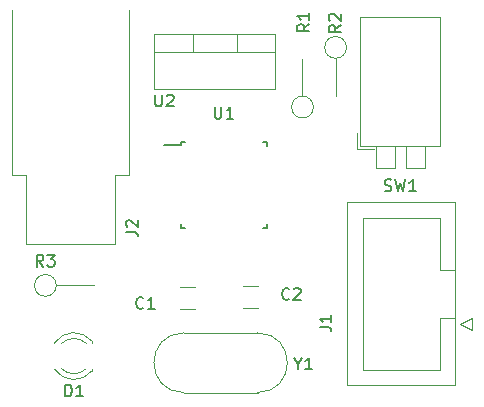
<source format=gbr>
%TF.GenerationSoftware,KiCad,Pcbnew,7.0.7*%
%TF.CreationDate,2023-09-16T19:14:59-07:00*%
%TF.ProjectId,IntroProjectFall2023,496e7472-6f50-4726-9f6a-65637446616c,rev?*%
%TF.SameCoordinates,Original*%
%TF.FileFunction,Legend,Top*%
%TF.FilePolarity,Positive*%
%FSLAX46Y46*%
G04 Gerber Fmt 4.6, Leading zero omitted, Abs format (unit mm)*
G04 Created by KiCad (PCBNEW 7.0.7) date 2023-09-16 19:14:59*
%MOMM*%
%LPD*%
G01*
G04 APERTURE LIST*
%ADD10C,0.150000*%
%ADD11C,0.120000*%
G04 APERTURE END LIST*
D10*
X147928095Y-83704819D02*
X147928095Y-84514342D01*
X147928095Y-84514342D02*
X147975714Y-84609580D01*
X147975714Y-84609580D02*
X148023333Y-84657200D01*
X148023333Y-84657200D02*
X148118571Y-84704819D01*
X148118571Y-84704819D02*
X148309047Y-84704819D01*
X148309047Y-84704819D02*
X148404285Y-84657200D01*
X148404285Y-84657200D02*
X148451904Y-84609580D01*
X148451904Y-84609580D02*
X148499523Y-84514342D01*
X148499523Y-84514342D02*
X148499523Y-83704819D01*
X148928095Y-83800057D02*
X148975714Y-83752438D01*
X148975714Y-83752438D02*
X149070952Y-83704819D01*
X149070952Y-83704819D02*
X149309047Y-83704819D01*
X149309047Y-83704819D02*
X149404285Y-83752438D01*
X149404285Y-83752438D02*
X149451904Y-83800057D01*
X149451904Y-83800057D02*
X149499523Y-83895295D01*
X149499523Y-83895295D02*
X149499523Y-83990533D01*
X149499523Y-83990533D02*
X149451904Y-84133390D01*
X149451904Y-84133390D02*
X148880476Y-84704819D01*
X148880476Y-84704819D02*
X149499523Y-84704819D01*
X161874819Y-103373333D02*
X162589104Y-103373333D01*
X162589104Y-103373333D02*
X162731961Y-103420952D01*
X162731961Y-103420952D02*
X162827200Y-103516190D01*
X162827200Y-103516190D02*
X162874819Y-103659047D01*
X162874819Y-103659047D02*
X162874819Y-103754285D01*
X162874819Y-102373333D02*
X162874819Y-102944761D01*
X162874819Y-102659047D02*
X161874819Y-102659047D01*
X161874819Y-102659047D02*
X162017676Y-102754285D01*
X162017676Y-102754285D02*
X162112914Y-102849523D01*
X162112914Y-102849523D02*
X162160533Y-102944761D01*
X160053809Y-106498628D02*
X160053809Y-106974819D01*
X159720476Y-105974819D02*
X160053809Y-106498628D01*
X160053809Y-106498628D02*
X160387142Y-105974819D01*
X161244285Y-106974819D02*
X160672857Y-106974819D01*
X160958571Y-106974819D02*
X160958571Y-105974819D01*
X160958571Y-105974819D02*
X160863333Y-106117676D01*
X160863333Y-106117676D02*
X160768095Y-106212914D01*
X160768095Y-106212914D02*
X160672857Y-106260533D01*
X167366667Y-91837200D02*
X167509524Y-91884819D01*
X167509524Y-91884819D02*
X167747619Y-91884819D01*
X167747619Y-91884819D02*
X167842857Y-91837200D01*
X167842857Y-91837200D02*
X167890476Y-91789580D01*
X167890476Y-91789580D02*
X167938095Y-91694342D01*
X167938095Y-91694342D02*
X167938095Y-91599104D01*
X167938095Y-91599104D02*
X167890476Y-91503866D01*
X167890476Y-91503866D02*
X167842857Y-91456247D01*
X167842857Y-91456247D02*
X167747619Y-91408628D01*
X167747619Y-91408628D02*
X167557143Y-91361009D01*
X167557143Y-91361009D02*
X167461905Y-91313390D01*
X167461905Y-91313390D02*
X167414286Y-91265771D01*
X167414286Y-91265771D02*
X167366667Y-91170533D01*
X167366667Y-91170533D02*
X167366667Y-91075295D01*
X167366667Y-91075295D02*
X167414286Y-90980057D01*
X167414286Y-90980057D02*
X167461905Y-90932438D01*
X167461905Y-90932438D02*
X167557143Y-90884819D01*
X167557143Y-90884819D02*
X167795238Y-90884819D01*
X167795238Y-90884819D02*
X167938095Y-90932438D01*
X168271429Y-90884819D02*
X168509524Y-91884819D01*
X168509524Y-91884819D02*
X168700000Y-91170533D01*
X168700000Y-91170533D02*
X168890476Y-91884819D01*
X168890476Y-91884819D02*
X169128572Y-90884819D01*
X170033333Y-91884819D02*
X169461905Y-91884819D01*
X169747619Y-91884819D02*
X169747619Y-90884819D01*
X169747619Y-90884819D02*
X169652381Y-91027676D01*
X169652381Y-91027676D02*
X169557143Y-91122914D01*
X169557143Y-91122914D02*
X169461905Y-91170533D01*
X152988095Y-84734819D02*
X152988095Y-85544342D01*
X152988095Y-85544342D02*
X153035714Y-85639580D01*
X153035714Y-85639580D02*
X153083333Y-85687200D01*
X153083333Y-85687200D02*
X153178571Y-85734819D01*
X153178571Y-85734819D02*
X153369047Y-85734819D01*
X153369047Y-85734819D02*
X153464285Y-85687200D01*
X153464285Y-85687200D02*
X153511904Y-85639580D01*
X153511904Y-85639580D02*
X153559523Y-85544342D01*
X153559523Y-85544342D02*
X153559523Y-84734819D01*
X154559523Y-85734819D02*
X153988095Y-85734819D01*
X154273809Y-85734819D02*
X154273809Y-84734819D01*
X154273809Y-84734819D02*
X154178571Y-84877676D01*
X154178571Y-84877676D02*
X154083333Y-84972914D01*
X154083333Y-84972914D02*
X153988095Y-85020533D01*
X138483333Y-98264819D02*
X138150000Y-97788628D01*
X137911905Y-98264819D02*
X137911905Y-97264819D01*
X137911905Y-97264819D02*
X138292857Y-97264819D01*
X138292857Y-97264819D02*
X138388095Y-97312438D01*
X138388095Y-97312438D02*
X138435714Y-97360057D01*
X138435714Y-97360057D02*
X138483333Y-97455295D01*
X138483333Y-97455295D02*
X138483333Y-97598152D01*
X138483333Y-97598152D02*
X138435714Y-97693390D01*
X138435714Y-97693390D02*
X138388095Y-97741009D01*
X138388095Y-97741009D02*
X138292857Y-97788628D01*
X138292857Y-97788628D02*
X137911905Y-97788628D01*
X138816667Y-97264819D02*
X139435714Y-97264819D01*
X139435714Y-97264819D02*
X139102381Y-97645771D01*
X139102381Y-97645771D02*
X139245238Y-97645771D01*
X139245238Y-97645771D02*
X139340476Y-97693390D01*
X139340476Y-97693390D02*
X139388095Y-97741009D01*
X139388095Y-97741009D02*
X139435714Y-97836247D01*
X139435714Y-97836247D02*
X139435714Y-98074342D01*
X139435714Y-98074342D02*
X139388095Y-98169580D01*
X139388095Y-98169580D02*
X139340476Y-98217200D01*
X139340476Y-98217200D02*
X139245238Y-98264819D01*
X139245238Y-98264819D02*
X138959524Y-98264819D01*
X138959524Y-98264819D02*
X138864286Y-98217200D01*
X138864286Y-98217200D02*
X138816667Y-98169580D01*
X159303333Y-100999580D02*
X159255714Y-101047200D01*
X159255714Y-101047200D02*
X159112857Y-101094819D01*
X159112857Y-101094819D02*
X159017619Y-101094819D01*
X159017619Y-101094819D02*
X158874762Y-101047200D01*
X158874762Y-101047200D02*
X158779524Y-100951961D01*
X158779524Y-100951961D02*
X158731905Y-100856723D01*
X158731905Y-100856723D02*
X158684286Y-100666247D01*
X158684286Y-100666247D02*
X158684286Y-100523390D01*
X158684286Y-100523390D02*
X158731905Y-100332914D01*
X158731905Y-100332914D02*
X158779524Y-100237676D01*
X158779524Y-100237676D02*
X158874762Y-100142438D01*
X158874762Y-100142438D02*
X159017619Y-100094819D01*
X159017619Y-100094819D02*
X159112857Y-100094819D01*
X159112857Y-100094819D02*
X159255714Y-100142438D01*
X159255714Y-100142438D02*
X159303333Y-100190057D01*
X159684286Y-100190057D02*
X159731905Y-100142438D01*
X159731905Y-100142438D02*
X159827143Y-100094819D01*
X159827143Y-100094819D02*
X160065238Y-100094819D01*
X160065238Y-100094819D02*
X160160476Y-100142438D01*
X160160476Y-100142438D02*
X160208095Y-100190057D01*
X160208095Y-100190057D02*
X160255714Y-100285295D01*
X160255714Y-100285295D02*
X160255714Y-100380533D01*
X160255714Y-100380533D02*
X160208095Y-100523390D01*
X160208095Y-100523390D02*
X159636667Y-101094819D01*
X159636667Y-101094819D02*
X160255714Y-101094819D01*
X145484819Y-95333333D02*
X146199104Y-95333333D01*
X146199104Y-95333333D02*
X146341961Y-95380952D01*
X146341961Y-95380952D02*
X146437200Y-95476190D01*
X146437200Y-95476190D02*
X146484819Y-95619047D01*
X146484819Y-95619047D02*
X146484819Y-95714285D01*
X145580057Y-94904761D02*
X145532438Y-94857142D01*
X145532438Y-94857142D02*
X145484819Y-94761904D01*
X145484819Y-94761904D02*
X145484819Y-94523809D01*
X145484819Y-94523809D02*
X145532438Y-94428571D01*
X145532438Y-94428571D02*
X145580057Y-94380952D01*
X145580057Y-94380952D02*
X145675295Y-94333333D01*
X145675295Y-94333333D02*
X145770533Y-94333333D01*
X145770533Y-94333333D02*
X145913390Y-94380952D01*
X145913390Y-94380952D02*
X146484819Y-94952380D01*
X146484819Y-94952380D02*
X146484819Y-94333333D01*
X146943333Y-101739580D02*
X146895714Y-101787200D01*
X146895714Y-101787200D02*
X146752857Y-101834819D01*
X146752857Y-101834819D02*
X146657619Y-101834819D01*
X146657619Y-101834819D02*
X146514762Y-101787200D01*
X146514762Y-101787200D02*
X146419524Y-101691961D01*
X146419524Y-101691961D02*
X146371905Y-101596723D01*
X146371905Y-101596723D02*
X146324286Y-101406247D01*
X146324286Y-101406247D02*
X146324286Y-101263390D01*
X146324286Y-101263390D02*
X146371905Y-101072914D01*
X146371905Y-101072914D02*
X146419524Y-100977676D01*
X146419524Y-100977676D02*
X146514762Y-100882438D01*
X146514762Y-100882438D02*
X146657619Y-100834819D01*
X146657619Y-100834819D02*
X146752857Y-100834819D01*
X146752857Y-100834819D02*
X146895714Y-100882438D01*
X146895714Y-100882438D02*
X146943333Y-100930057D01*
X147895714Y-101834819D02*
X147324286Y-101834819D01*
X147610000Y-101834819D02*
X147610000Y-100834819D01*
X147610000Y-100834819D02*
X147514762Y-100977676D01*
X147514762Y-100977676D02*
X147419524Y-101072914D01*
X147419524Y-101072914D02*
X147324286Y-101120533D01*
X140326905Y-109254819D02*
X140326905Y-108254819D01*
X140326905Y-108254819D02*
X140565000Y-108254819D01*
X140565000Y-108254819D02*
X140707857Y-108302438D01*
X140707857Y-108302438D02*
X140803095Y-108397676D01*
X140803095Y-108397676D02*
X140850714Y-108492914D01*
X140850714Y-108492914D02*
X140898333Y-108683390D01*
X140898333Y-108683390D02*
X140898333Y-108826247D01*
X140898333Y-108826247D02*
X140850714Y-109016723D01*
X140850714Y-109016723D02*
X140803095Y-109111961D01*
X140803095Y-109111961D02*
X140707857Y-109207200D01*
X140707857Y-109207200D02*
X140565000Y-109254819D01*
X140565000Y-109254819D02*
X140326905Y-109254819D01*
X141850714Y-109254819D02*
X141279286Y-109254819D01*
X141565000Y-109254819D02*
X141565000Y-108254819D01*
X141565000Y-108254819D02*
X141469762Y-108397676D01*
X141469762Y-108397676D02*
X141374524Y-108492914D01*
X141374524Y-108492914D02*
X141279286Y-108540533D01*
X163644819Y-77816666D02*
X163168628Y-78149999D01*
X163644819Y-78388094D02*
X162644819Y-78388094D01*
X162644819Y-78388094D02*
X162644819Y-78007142D01*
X162644819Y-78007142D02*
X162692438Y-77911904D01*
X162692438Y-77911904D02*
X162740057Y-77864285D01*
X162740057Y-77864285D02*
X162835295Y-77816666D01*
X162835295Y-77816666D02*
X162978152Y-77816666D01*
X162978152Y-77816666D02*
X163073390Y-77864285D01*
X163073390Y-77864285D02*
X163121009Y-77911904D01*
X163121009Y-77911904D02*
X163168628Y-78007142D01*
X163168628Y-78007142D02*
X163168628Y-78388094D01*
X162740057Y-77435713D02*
X162692438Y-77388094D01*
X162692438Y-77388094D02*
X162644819Y-77292856D01*
X162644819Y-77292856D02*
X162644819Y-77054761D01*
X162644819Y-77054761D02*
X162692438Y-76959523D01*
X162692438Y-76959523D02*
X162740057Y-76911904D01*
X162740057Y-76911904D02*
X162835295Y-76864285D01*
X162835295Y-76864285D02*
X162930533Y-76864285D01*
X162930533Y-76864285D02*
X163073390Y-76911904D01*
X163073390Y-76911904D02*
X163644819Y-77483332D01*
X163644819Y-77483332D02*
X163644819Y-76864285D01*
X160994819Y-77736666D02*
X160518628Y-78069999D01*
X160994819Y-78308094D02*
X159994819Y-78308094D01*
X159994819Y-78308094D02*
X159994819Y-77927142D01*
X159994819Y-77927142D02*
X160042438Y-77831904D01*
X160042438Y-77831904D02*
X160090057Y-77784285D01*
X160090057Y-77784285D02*
X160185295Y-77736666D01*
X160185295Y-77736666D02*
X160328152Y-77736666D01*
X160328152Y-77736666D02*
X160423390Y-77784285D01*
X160423390Y-77784285D02*
X160471009Y-77831904D01*
X160471009Y-77831904D02*
X160518628Y-77927142D01*
X160518628Y-77927142D02*
X160518628Y-78308094D01*
X160994819Y-76784285D02*
X160994819Y-77355713D01*
X160994819Y-77069999D02*
X159994819Y-77069999D01*
X159994819Y-77069999D02*
X160137676Y-77165237D01*
X160137676Y-77165237D02*
X160232914Y-77260475D01*
X160232914Y-77260475D02*
X160280533Y-77355713D01*
D11*
%TO.C,U2*%
X147880000Y-78560000D02*
X147880000Y-83201000D01*
X147880000Y-78560000D02*
X158120000Y-78560000D01*
X147880000Y-80070000D02*
X158120000Y-80070000D01*
X147880000Y-83201000D02*
X158120000Y-83201000D01*
X151150000Y-78560000D02*
X151150000Y-80070000D01*
X154851000Y-78560000D02*
X154851000Y-80070000D01*
X158120000Y-78560000D02*
X158120000Y-83201000D01*
%TO.C,J1*%
X174732500Y-103605000D02*
X174732500Y-102605000D01*
X174732500Y-102605000D02*
X173732500Y-103105000D01*
X173732500Y-103105000D02*
X174732500Y-103605000D01*
X173342500Y-108315000D02*
X164222500Y-108315000D01*
X173342500Y-102615000D02*
X172032500Y-102615000D01*
X173342500Y-92815000D02*
X173342500Y-108315000D01*
X172032500Y-107015000D02*
X165532500Y-107015000D01*
X172032500Y-102615000D02*
X172032500Y-107015000D01*
X172032500Y-98515000D02*
X173342500Y-98515000D01*
X172032500Y-98515000D02*
X172032500Y-98515000D01*
X172032500Y-94115000D02*
X172032500Y-98515000D01*
X165532500Y-107015000D02*
X165532500Y-94115000D01*
X165532500Y-94115000D02*
X172032500Y-94115000D01*
X164222500Y-108315000D02*
X164222500Y-92815000D01*
X164222500Y-92815000D02*
X173342500Y-92815000D01*
%TO.C,Y1*%
X156615000Y-108925000D02*
X150365000Y-108925000D01*
X156615000Y-103875000D02*
X150365000Y-103875000D01*
X156615000Y-108925000D02*
G75*
G03*
X156615000Y-103875000I0J2525000D01*
G01*
X150365000Y-103875000D02*
G75*
G03*
X150365000Y-108925000I0J-2525000D01*
G01*
%TO.C,SW1*%
X166610000Y-89950000D02*
X168230000Y-89950000D01*
X166610000Y-89950000D02*
X166610000Y-88090000D01*
X168230000Y-89950000D02*
X168230000Y-88090000D01*
X169150000Y-89950000D02*
X170770000Y-89950000D01*
X169150000Y-89950000D02*
X169150000Y-88090000D01*
X170770000Y-89950000D02*
X170770000Y-88090000D01*
X165070000Y-88330000D02*
X166453000Y-88330000D01*
X165070000Y-88330000D02*
X165070000Y-86947000D01*
X165310000Y-88090000D02*
X172070000Y-88090000D01*
X165310000Y-88090000D02*
X165310000Y-77170000D01*
X166610000Y-88090000D02*
X168230000Y-88090000D01*
X169150000Y-88090000D02*
X170770000Y-88090000D01*
X172070000Y-88090000D02*
X172070000Y-77170000D01*
X165310000Y-77170000D02*
X172070000Y-77170000D01*
D10*
%TO.C,U1*%
X150125000Y-87705000D02*
X150125000Y-87930000D01*
X150125000Y-87705000D02*
X150450000Y-87705000D01*
X150125000Y-87930000D02*
X148700000Y-87930000D01*
X150125000Y-94955000D02*
X150125000Y-94630000D01*
X150125000Y-94955000D02*
X150450000Y-94955000D01*
X157375000Y-87705000D02*
X157050000Y-87705000D01*
X157375000Y-87705000D02*
X157375000Y-88030000D01*
X157375000Y-94955000D02*
X157050000Y-94955000D01*
X157375000Y-94955000D02*
X157375000Y-94630000D01*
D11*
%TO.C,R3*%
X139570000Y-99860000D02*
X142730000Y-99860000D01*
X139570000Y-99860000D02*
G75*
G03*
X139570000Y-99860000I-920000J0D01*
G01*
%TO.C,C2*%
X156619000Y-101740000D02*
X155361000Y-101740000D01*
X156619000Y-99900000D02*
X155361000Y-99900000D01*
%TO.C,J2*%
X135845000Y-76540000D02*
X135845000Y-90540000D01*
X145735000Y-90540000D02*
X145735000Y-76540000D01*
X144530000Y-90540000D02*
X145735000Y-90540000D01*
X137050000Y-90540000D02*
X137050000Y-96310000D01*
X135845000Y-90540000D02*
X137050000Y-90540000D01*
X144530000Y-96310000D02*
X144530000Y-90540000D01*
X137050000Y-96310000D02*
X144530000Y-96310000D01*
%TO.C,C1*%
X151339000Y-101870000D02*
X150081000Y-101870000D01*
X151339000Y-100030000D02*
X150081000Y-100030000D01*
%TO.C,D1*%
X142625000Y-107076000D02*
X142625000Y-106920000D01*
X142625000Y-104760000D02*
X142625000Y-104604000D01*
X139392666Y-106918608D02*
G75*
G03*
X142624999Y-107075515I1672334J1078608D01*
G01*
X140023871Y-106919836D02*
G75*
G03*
X142105960Y-106919999I1041129J1079836D01*
G01*
X142105960Y-104760001D02*
G75*
G03*
X140023871Y-104760164I-1040960J-1079999D01*
G01*
X142624999Y-104604485D02*
G75*
G03*
X139392666Y-104761392I-1559999J-1235515D01*
G01*
%TO.C,R2*%
X163220000Y-80630000D02*
X163220000Y-83790000D01*
X164140000Y-79710000D02*
G75*
G03*
X164140000Y-79710000I-920000J0D01*
G01*
%TO.C,R1*%
X160420000Y-83840000D02*
X160420000Y-80680000D01*
X161340000Y-84760000D02*
G75*
G03*
X161340000Y-84760000I-920000J0D01*
G01*
%TD*%
M02*

</source>
